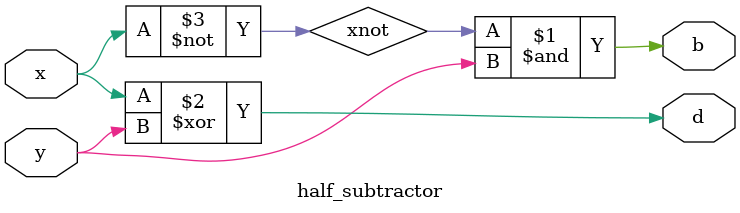
<source format=v>
`timescale 1ns / 1ps
module half_subtractor(output b,d, input x,y);

wire	xnot;

not	n0(xnot,x);
and	a0(b,xnot,y);
xor	x0(d,x,y);

endmodule

</source>
